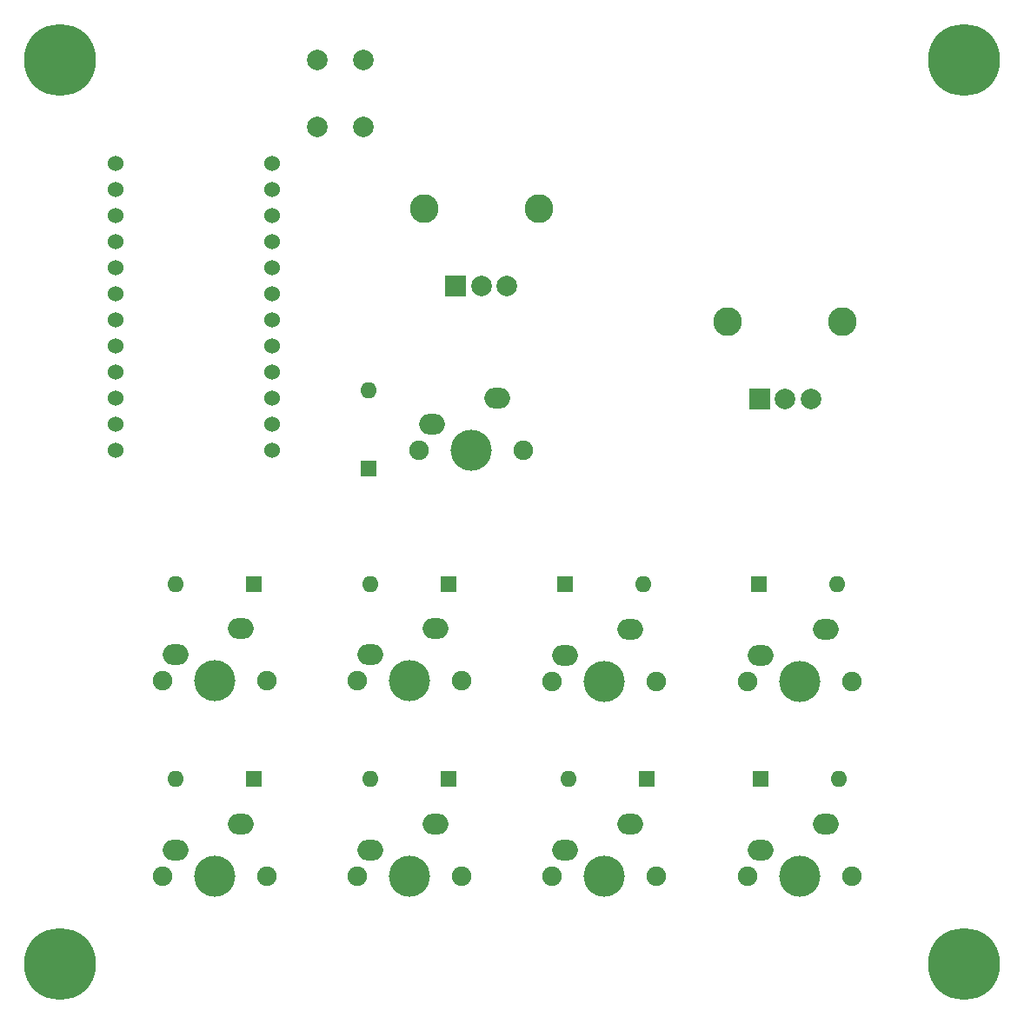
<source format=gbs>
%TF.GenerationSoftware,KiCad,Pcbnew,(6.0.9-0)*%
%TF.CreationDate,2023-04-08T13:53:12+09:00*%
%TF.ProjectId,keypad,6b657970-6164-42e6-9b69-6361645f7063,1*%
%TF.SameCoordinates,Original*%
%TF.FileFunction,Soldermask,Bot*%
%TF.FilePolarity,Negative*%
%FSLAX46Y46*%
G04 Gerber Fmt 4.6, Leading zero omitted, Abs format (unit mm)*
G04 Created by KiCad (PCBNEW (6.0.9-0)) date 2023-04-08 13:53:12*
%MOMM*%
%LPD*%
G01*
G04 APERTURE LIST*
%ADD10C,4.000000*%
%ADD11C,1.900000*%
%ADD12O,2.500000X2.000000*%
%ADD13R,1.600000X1.600000*%
%ADD14O,1.600000X1.600000*%
%ADD15C,7.000000*%
%ADD16C,3.900000*%
%ADD17R,2.000000X2.000000*%
%ADD18C,2.000000*%
%ADD19C,2.800000*%
%ADD20C,1.524000*%
G04 APERTURE END LIST*
D10*
%TO.C,SW8*%
X181380000Y-114500000D03*
D11*
X186460000Y-114500000D03*
X176300000Y-114500000D03*
D12*
X177570000Y-111960000D03*
X183920000Y-109420000D03*
%TD*%
D13*
%TO.C,D8*%
X177380000Y-105000000D03*
D14*
X185000000Y-105000000D03*
%TD*%
D15*
%TO.C,REF\u002A\u002A*%
X109380000Y-54000000D03*
D16*
X109380000Y-54000000D03*
%TD*%
D13*
%TO.C,D9*%
X139380000Y-93810000D03*
D14*
X139380000Y-86190000D03*
%TD*%
D10*
%TO.C,SW9*%
X149380000Y-92000000D03*
D11*
X154460000Y-92000000D03*
X144300000Y-92000000D03*
D12*
X145570000Y-89460000D03*
X151920000Y-86920000D03*
%TD*%
D13*
%TO.C,D6*%
X147190000Y-124000000D03*
D14*
X139570000Y-124000000D03*
%TD*%
D11*
%TO.C,SW4*%
X186460000Y-133500000D03*
D10*
X181380000Y-133500000D03*
D11*
X176300000Y-133500000D03*
D12*
X177570000Y-130960000D03*
X183920000Y-128420000D03*
%TD*%
D10*
%TO.C,SW1*%
X124380000Y-114450000D03*
D11*
X119300000Y-114450000D03*
X129460000Y-114450000D03*
D12*
X120570000Y-111910000D03*
X126920000Y-109370000D03*
%TD*%
D17*
%TO.C,SW11*%
X177480000Y-87000000D03*
D18*
X182480000Y-87000000D03*
X179980000Y-87000000D03*
D19*
X174380000Y-79500000D03*
X185580000Y-79500000D03*
%TD*%
D10*
%TO.C,SW3*%
X162380000Y-114500000D03*
D11*
X157300000Y-114500000D03*
X167460000Y-114500000D03*
D12*
X158570000Y-111960000D03*
X164920000Y-109420000D03*
%TD*%
D15*
%TO.C,REF*%
X197380000Y-54000000D03*
D16*
X197380000Y-54000000D03*
%TD*%
D13*
%TO.C,D2*%
X147190000Y-105000000D03*
D14*
X139570000Y-105000000D03*
%TD*%
D11*
%TO.C,SW2*%
X148460000Y-114450000D03*
X138300000Y-114450000D03*
D10*
X143380000Y-114450000D03*
D12*
X139570000Y-111910000D03*
X145920000Y-109370000D03*
%TD*%
D11*
%TO.C,SW6*%
X138300000Y-133500000D03*
D10*
X143380000Y-133500000D03*
D11*
X148460000Y-133500000D03*
D12*
X139570000Y-130960000D03*
X145920000Y-128420000D03*
%TD*%
D18*
%TO.C,SW12*%
X138880000Y-60500000D03*
X138880000Y-54000000D03*
X134380000Y-60500000D03*
X134380000Y-54000000D03*
%TD*%
D13*
%TO.C,D7*%
X166500000Y-124000000D03*
D14*
X158880000Y-124000000D03*
%TD*%
D13*
%TO.C,D5*%
X128190000Y-124000000D03*
D14*
X120570000Y-124000000D03*
%TD*%
D17*
%TO.C,SW10*%
X147880000Y-76000000D03*
D18*
X152880000Y-76000000D03*
X150380000Y-76000000D03*
D19*
X155980000Y-68500000D03*
X144780000Y-68500000D03*
%TD*%
D11*
%TO.C,SW5*%
X129460000Y-133500000D03*
X119300000Y-133500000D03*
D10*
X124380000Y-133500000D03*
D12*
X120570000Y-130960000D03*
X126920000Y-128420000D03*
%TD*%
D15*
%TO.C,REF\u002A\u002A*%
X197380000Y-142000000D03*
D16*
X197380000Y-142000000D03*
%TD*%
D15*
%TO.C,REF\u002A\u002A*%
X109380000Y-142000000D03*
D16*
X109380000Y-142000000D03*
%TD*%
D13*
%TO.C,D3*%
X158570000Y-105000000D03*
D14*
X166190000Y-105000000D03*
%TD*%
D13*
%TO.C,D1*%
X128190000Y-105000000D03*
D14*
X120570000Y-105000000D03*
%TD*%
D13*
%TO.C,D4*%
X177570000Y-124000000D03*
D14*
X185190000Y-124000000D03*
%TD*%
D10*
%TO.C,SW7*%
X162380000Y-133500000D03*
D11*
X157300000Y-133500000D03*
X167460000Y-133500000D03*
D12*
X158570000Y-130960000D03*
X164920000Y-128420000D03*
%TD*%
D20*
%TO.C,U1*%
X114771400Y-64022000D03*
X114771400Y-66562000D03*
X114771400Y-69102000D03*
X114771400Y-71642000D03*
X114771400Y-74182000D03*
X114771400Y-76722000D03*
X114771400Y-79262000D03*
X114771400Y-81802000D03*
X114771400Y-84342000D03*
X114771400Y-86882000D03*
X114771400Y-89422000D03*
X114771400Y-91962000D03*
X129991400Y-91962000D03*
X129991400Y-89422000D03*
X129991400Y-86882000D03*
X129991400Y-84342000D03*
X129991400Y-81802000D03*
X129991400Y-79262000D03*
X129991400Y-76722000D03*
X129991400Y-74182000D03*
X129991400Y-71642000D03*
X129991400Y-69102000D03*
X129991400Y-66562000D03*
X129991400Y-64022000D03*
%TD*%
M02*

</source>
